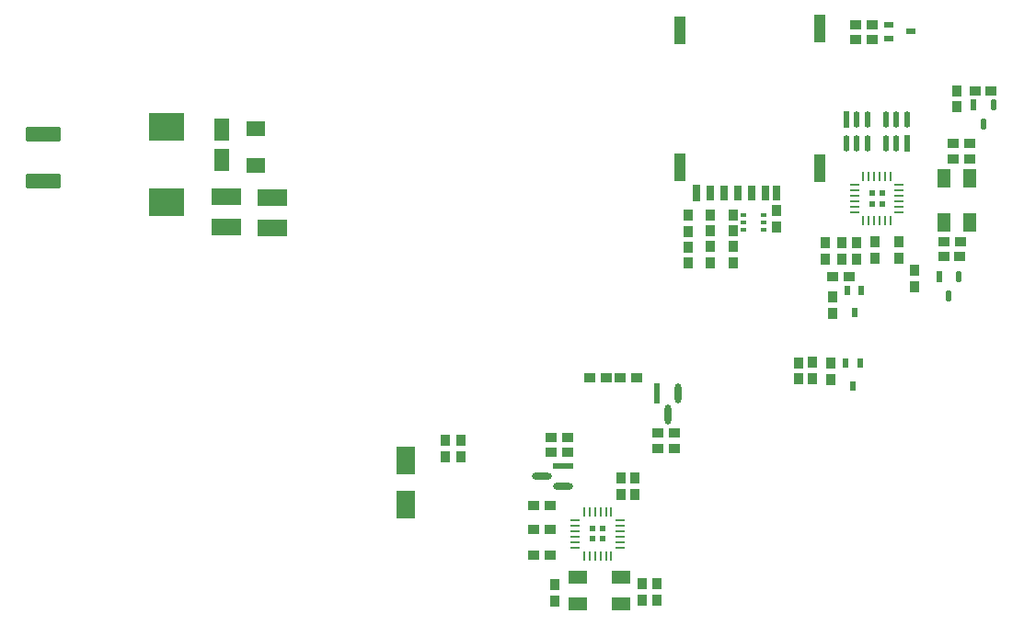
<source format=gbp>
G04*
G04 #@! TF.GenerationSoftware,Altium Limited,Altium Designer,20.2.6 (244)*
G04*
G04 Layer_Color=128*
%FSLAX24Y24*%
%MOIN*%
G70*
G04*
G04 #@! TF.SameCoordinates,01985295-A94F-4E40-9557-9D24556334AB*
G04*
G04*
G04 #@! TF.FilePolarity,Positive*
G04*
G01*
G75*
%ADD27R,0.0374X0.0394*%
%ADD28R,0.0394X0.0374*%
%ADD114R,0.0709X0.0472*%
%ADD115R,0.0472X0.0709*%
%ADD116R,0.0197X0.0157*%
%ADD117R,0.0315X0.0551*%
%ADD118R,0.0315X0.0591*%
%ADD119R,0.0394X0.1028*%
%ADD120R,0.0374X0.0197*%
%ADD121R,0.0215X0.0417*%
G04:AMPARAMS|DCode=122|XSize=41.7mil|YSize=21.5mil|CornerRadius=10.8mil|HoleSize=0mil|Usage=FLASHONLY|Rotation=270.000|XOffset=0mil|YOffset=0mil|HoleType=Round|Shape=RoundedRectangle|*
%AMROUNDEDRECTD122*
21,1,0.0417,0.0000,0,0,270.0*
21,1,0.0202,0.0215,0,0,270.0*
1,1,0.0215,0.0000,-0.0101*
1,1,0.0215,0.0000,0.0101*
1,1,0.0215,0.0000,0.0101*
1,1,0.0215,0.0000,-0.0101*
%
%ADD122ROUNDEDRECTD122*%
%ADD123R,0.0224X0.0593*%
G04:AMPARAMS|DCode=124|XSize=59.3mil|YSize=22.4mil|CornerRadius=11.2mil|HoleSize=0mil|Usage=FLASHONLY|Rotation=270.000|XOffset=0mil|YOffset=0mil|HoleType=Round|Shape=RoundedRectangle|*
%AMROUNDEDRECTD124*
21,1,0.0593,0.0000,0,0,270.0*
21,1,0.0368,0.0224,0,0,270.0*
1,1,0.0224,0.0000,-0.0184*
1,1,0.0224,0.0000,0.0184*
1,1,0.0224,0.0000,0.0184*
1,1,0.0224,0.0000,-0.0184*
%
%ADD124ROUNDEDRECTD124*%
%ADD127R,0.0197X0.0374*%
G04:AMPARAMS|DCode=128|XSize=71.8mil|YSize=24.3mil|CornerRadius=12.2mil|HoleSize=0mil|Usage=FLASHONLY|Rotation=270.000|XOffset=0mil|YOffset=0mil|HoleType=Round|Shape=RoundedRectangle|*
%AMROUNDEDRECTD128*
21,1,0.0718,0.0000,0,0,270.0*
21,1,0.0475,0.0243,0,0,270.0*
1,1,0.0243,0.0000,-0.0237*
1,1,0.0243,0.0000,0.0237*
1,1,0.0243,0.0000,0.0237*
1,1,0.0243,0.0000,-0.0237*
%
%ADD128ROUNDEDRECTD128*%
%ADD129R,0.0243X0.0718*%
G04:AMPARAMS|DCode=130|XSize=71.8mil|YSize=24.3mil|CornerRadius=12.2mil|HoleSize=0mil|Usage=FLASHONLY|Rotation=180.000|XOffset=0mil|YOffset=0mil|HoleType=Round|Shape=RoundedRectangle|*
%AMROUNDEDRECTD130*
21,1,0.0718,0.0000,0,0,180.0*
21,1,0.0475,0.0243,0,0,180.0*
1,1,0.0243,-0.0237,0.0000*
1,1,0.0243,0.0237,0.0000*
1,1,0.0243,0.0237,0.0000*
1,1,0.0243,-0.0237,0.0000*
%
%ADD130ROUNDEDRECTD130*%
%ADD131R,0.0718X0.0243*%
%ADD135R,0.0669X0.0984*%
%ADD136R,0.1063X0.0630*%
%ADD137R,0.0709X0.0531*%
%ADD138R,0.0571X0.0807*%
%ADD139R,0.1299X0.0984*%
G04:AMPARAMS|DCode=140|XSize=52.8mil|YSize=129.5mil|CornerRadius=6.6mil|HoleSize=0mil|Usage=FLASHONLY|Rotation=270.000|XOffset=0mil|YOffset=0mil|HoleType=Round|Shape=RoundedRectangle|*
%AMROUNDEDRECTD140*
21,1,0.0528,0.1163,0,0,270.0*
21,1,0.0396,0.1295,0,0,270.0*
1,1,0.0132,-0.0582,-0.0198*
1,1,0.0132,-0.0582,0.0198*
1,1,0.0132,0.0582,0.0198*
1,1,0.0132,0.0582,-0.0198*
%
%ADD140ROUNDEDRECTD140*%
%ADD153R,0.0217X0.0217*%
%ADD154R,0.0075X0.0335*%
%ADD155R,0.0075X0.0335*%
%ADD156R,0.0075X0.0335*%
%ADD157R,0.0335X0.0075*%
%ADD158R,0.0335X0.0075*%
%ADD159R,0.0335X0.0075*%
%ADD160R,0.0075X0.0335*%
%ADD161R,0.0335X0.0075*%
%ADD162R,0.0217X0.0217*%
D27*
X32030Y13025D02*
D03*
Y13615D02*
D03*
X24410Y12845D02*
D03*
Y13435D02*
D03*
X25215Y12865D02*
D03*
Y13455D02*
D03*
X26035Y12865D02*
D03*
Y13456D02*
D03*
X27600Y14165D02*
D03*
Y14755D02*
D03*
X26045Y14005D02*
D03*
Y14596D02*
D03*
X25220Y14005D02*
D03*
Y14595D02*
D03*
X24400Y13985D02*
D03*
Y14575D02*
D03*
X34150Y18505D02*
D03*
Y19095D02*
D03*
X30500Y12995D02*
D03*
Y13585D02*
D03*
X31190Y13025D02*
D03*
Y13615D02*
D03*
X29980Y13585D02*
D03*
Y12995D02*
D03*
X29380D02*
D03*
Y13585D02*
D03*
X32620Y11995D02*
D03*
Y12585D02*
D03*
X29640Y11035D02*
D03*
Y11625D02*
D03*
X29590Y8625D02*
D03*
Y9215D02*
D03*
X28900Y8655D02*
D03*
Y9245D02*
D03*
X28400Y8645D02*
D03*
Y9235D02*
D03*
X21990Y5055D02*
D03*
Y4465D02*
D03*
X22490D02*
D03*
Y5055D02*
D03*
X22740Y635D02*
D03*
Y1225D02*
D03*
X23270Y635D02*
D03*
Y1225D02*
D03*
X19590Y585D02*
D03*
Y1175D02*
D03*
X16170Y6415D02*
D03*
Y5825D02*
D03*
X15620Y5835D02*
D03*
Y6425D02*
D03*
D28*
X23315Y6130D02*
D03*
X23905D02*
D03*
X23315Y6670D02*
D03*
X23905D02*
D03*
X30479Y20960D02*
D03*
X31070D02*
D03*
X30475Y21480D02*
D03*
X31065D02*
D03*
X33675Y13610D02*
D03*
X34265D02*
D03*
X34605Y16620D02*
D03*
X34015D02*
D03*
X34605Y17170D02*
D03*
X34015D02*
D03*
X34805Y19080D02*
D03*
X35395D02*
D03*
X30245Y12350D02*
D03*
X29655D02*
D03*
X33665Y13100D02*
D03*
X34255D02*
D03*
X22535Y8700D02*
D03*
X21945D02*
D03*
X20845D02*
D03*
X21435D02*
D03*
X19445Y6520D02*
D03*
X20035D02*
D03*
X19445Y5980D02*
D03*
X20035D02*
D03*
X18825Y4040D02*
D03*
X19415D02*
D03*
X18825Y3170D02*
D03*
X19415D02*
D03*
X18825Y2250D02*
D03*
X19415D02*
D03*
D114*
X21990Y1440D02*
D03*
X20415D02*
D03*
Y495D02*
D03*
X21990D02*
D03*
D115*
X33668Y15907D02*
D03*
Y14333D02*
D03*
X34612D02*
D03*
Y15907D02*
D03*
D116*
X27158Y14576D02*
D03*
Y14320D02*
D03*
Y14064D02*
D03*
X26410D02*
D03*
Y14320D02*
D03*
Y14576D02*
D03*
D117*
X27223Y15396D02*
D03*
X26723D02*
D03*
X25723D02*
D03*
X26223D02*
D03*
X25223D02*
D03*
X27597D02*
D03*
D118*
X24723D02*
D03*
D119*
X24105Y21300D02*
D03*
X29190Y21350D02*
D03*
Y16278D02*
D03*
X24105Y16328D02*
D03*
D120*
X32474Y21240D02*
D03*
X31666Y21496D02*
D03*
Y20984D02*
D03*
D121*
X34760Y18585D02*
D03*
X33500Y12355D02*
D03*
D122*
X35480Y18585D02*
D03*
X35120Y17895D02*
D03*
X34220Y12355D02*
D03*
X33860Y11665D02*
D03*
D123*
X30152Y18050D02*
D03*
X32334Y17187D02*
D03*
D124*
X30526Y18050D02*
D03*
X30900D02*
D03*
Y17183D02*
D03*
X30526D02*
D03*
X30152D02*
D03*
X31960Y17187D02*
D03*
X31586D02*
D03*
Y18053D02*
D03*
X31960D02*
D03*
X32334D02*
D03*
D127*
X30440Y11036D02*
D03*
X30696Y11844D02*
D03*
X30184D02*
D03*
X30380Y8396D02*
D03*
X30636Y9204D02*
D03*
X30124D02*
D03*
D128*
X23664Y7358D02*
D03*
X24038Y8114D02*
D03*
D129*
X23290D02*
D03*
D130*
X19114Y5114D02*
D03*
X19870Y4740D02*
D03*
D131*
Y5488D02*
D03*
D135*
X14190Y4080D02*
D03*
Y5680D02*
D03*
D136*
X9330Y15222D02*
D03*
Y14120D02*
D03*
X7690Y15240D02*
D03*
Y14138D02*
D03*
D137*
X8740Y17710D02*
D03*
Y16391D02*
D03*
D138*
X7500Y16569D02*
D03*
Y17691D02*
D03*
D139*
X5520Y15036D02*
D03*
Y17780D02*
D03*
D140*
X1040Y17520D02*
D03*
Y15827D02*
D03*
D153*
X31066Y15000D02*
D03*
X31440D02*
D03*
X31066Y15374D02*
D03*
X31440D02*
D03*
X21322Y3214D02*
D03*
X20948D02*
D03*
D154*
X31745Y15994D02*
D03*
X31548D02*
D03*
X31351D02*
D03*
X21431Y2220D02*
D03*
X21037D02*
D03*
X20643D02*
D03*
X21037Y3834D02*
D03*
D155*
X31154Y15994D02*
D03*
X30958D02*
D03*
Y14380D02*
D03*
X31351D02*
D03*
X31548D02*
D03*
X31745D02*
D03*
X21627Y2220D02*
D03*
X21234D02*
D03*
X20840Y3834D02*
D03*
X21234Y3834D02*
D03*
D156*
X30761Y15994D02*
D03*
X20643Y3834D02*
D03*
X21431D02*
D03*
D157*
X30446Y15679D02*
D03*
Y15482D02*
D03*
Y14695D02*
D03*
X32060D02*
D03*
Y15089D02*
D03*
Y15286D02*
D03*
Y15482D02*
D03*
Y15679D02*
D03*
X21942Y3519D02*
D03*
Y3322D02*
D03*
Y2929D02*
D03*
D158*
X30446Y15286D02*
D03*
Y15089D02*
D03*
X21942Y3126D02*
D03*
Y2732D02*
D03*
Y2535D02*
D03*
D159*
X30446Y14892D02*
D03*
X20328Y2732D02*
D03*
Y3126D02*
D03*
D160*
X30761Y14380D02*
D03*
X31154D02*
D03*
X20840Y2220D02*
D03*
X21627Y3834D02*
D03*
D161*
X32060Y14892D02*
D03*
X20328Y2535D02*
D03*
Y2929D02*
D03*
Y3322D02*
D03*
Y3519D02*
D03*
D162*
X21322Y2840D02*
D03*
X20948D02*
D03*
M02*

</source>
